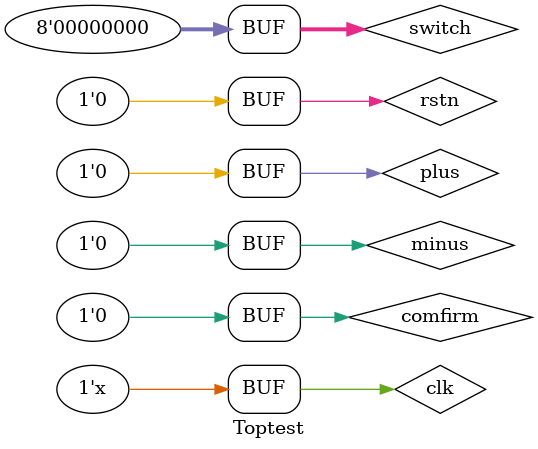
<source format=v>
`timescale 1ns / 1ps


module Toptest();
    reg   clk;
    reg   rstn;
    reg plus;
    reg minus;
    reg comfirm;
    reg [7:0] switch;
    sevenTop st(
        .clk(clk),
        .rstn(rstn),
        
        .I_plus(plus),
        .I_minus(minus),
        .I_comfirm(comfirm),
        .I_switch(switch),
        
        .O_led_A(),
        .O_px_A(),
        .O_led_B(),
        .O_px_B()
    );
    reg plus;
    reg minus;
    reg comfirm;
    reg [7:0] switch;
    initial
  begin
    clk = 1'b0;
    rstn = 1'b0;
    plus=0;
    minus=0;
    comfirm=0;
    switch=8'b10000000;
    #10
    rstn = 1'b1;
    #10
    comfirm=1;
    #10
    comfirm=0;
    #10
    minus=1;
    #10
    minus=0;
    #10
    switch=8'b00000000;
    #10
    comfirm=1;
    #10
    comfirm=0;
    #500
    rstn = 1'b0;
  end  
  //ÔÚÖ´ÐÐÍêinitialºó¿ªÊ¼½øÐÐalwaysÑ­»·
  always
  begin
    #5 clk = ~clk;
  end  
endmodule

</source>
